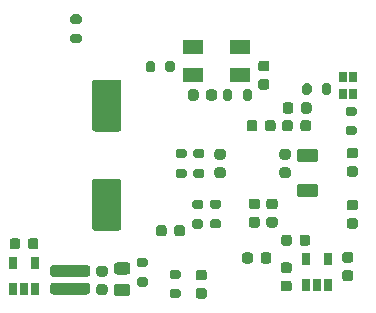
<source format=gbr>
%TF.GenerationSoftware,KiCad,Pcbnew,5.1.10-88a1d61d58~88~ubuntu20.04.1*%
%TF.CreationDate,2021-05-10T19:00:39+02:00*%
%TF.ProjectId,StepperServo,53746570-7065-4725-9365-72766f2e6b69,rev?*%
%TF.SameCoordinates,Original*%
%TF.FileFunction,Paste,Top*%
%TF.FilePolarity,Positive*%
%FSLAX46Y46*%
G04 Gerber Fmt 4.6, Leading zero omitted, Abs format (unit mm)*
G04 Created by KiCad (PCBNEW 5.1.10-88a1d61d58~88~ubuntu20.04.1) date 2021-05-10 19:00:39*
%MOMM*%
%LPD*%
G01*
G04 APERTURE LIST*
%ADD10R,0.650000X1.060000*%
%ADD11R,1.800000X1.200000*%
%ADD12R,0.650000X0.850000*%
G04 APERTURE END LIST*
%TO.C,C41*%
G36*
G01*
X141425000Y-111750000D02*
X141425000Y-111250000D01*
G75*
G02*
X141650000Y-111025000I225000J0D01*
G01*
X142100000Y-111025000D01*
G75*
G02*
X142325000Y-111250000I0J-225000D01*
G01*
X142325000Y-111750000D01*
G75*
G02*
X142100000Y-111975000I-225000J0D01*
G01*
X141650000Y-111975000D01*
G75*
G02*
X141425000Y-111750000I0J225000D01*
G01*
G37*
G36*
G01*
X139875000Y-111750000D02*
X139875000Y-111250000D01*
G75*
G02*
X140100000Y-111025000I225000J0D01*
G01*
X140550000Y-111025000D01*
G75*
G02*
X140775000Y-111250000I0J-225000D01*
G01*
X140775000Y-111750000D01*
G75*
G02*
X140550000Y-111975000I-225000J0D01*
G01*
X140100000Y-111975000D01*
G75*
G02*
X139875000Y-111750000I0J225000D01*
G01*
G37*
%TD*%
D10*
%TO.C,U7*%
X140150000Y-113100000D03*
X142050000Y-113100000D03*
X142050000Y-115300000D03*
X141100000Y-115300000D03*
X140150000Y-115300000D03*
%TD*%
%TO.C,R23*%
G36*
G01*
X150825000Y-114325000D02*
X151375000Y-114325000D01*
G75*
G02*
X151575000Y-114525000I0J-200000D01*
G01*
X151575000Y-114925000D01*
G75*
G02*
X151375000Y-115125000I-200000J0D01*
G01*
X150825000Y-115125000D01*
G75*
G02*
X150625000Y-114925000I0J200000D01*
G01*
X150625000Y-114525000D01*
G75*
G02*
X150825000Y-114325000I200000J0D01*
G01*
G37*
G36*
G01*
X150825000Y-112675000D02*
X151375000Y-112675000D01*
G75*
G02*
X151575000Y-112875000I0J-200000D01*
G01*
X151575000Y-113275000D01*
G75*
G02*
X151375000Y-113475000I-200000J0D01*
G01*
X150825000Y-113475000D01*
G75*
G02*
X150625000Y-113275000I0J200000D01*
G01*
X150625000Y-112875000D01*
G75*
G02*
X150825000Y-112675000I200000J0D01*
G01*
G37*
%TD*%
%TO.C,R1*%
G36*
G01*
X143550000Y-114800000D02*
X146450000Y-114800000D01*
G75*
G02*
X146700000Y-115050000I0J-250000D01*
G01*
X146700000Y-115550000D01*
G75*
G02*
X146450000Y-115800000I-250000J0D01*
G01*
X143550000Y-115800000D01*
G75*
G02*
X143300000Y-115550000I0J250000D01*
G01*
X143300000Y-115050000D01*
G75*
G02*
X143550000Y-114800000I250000J0D01*
G01*
G37*
G36*
G01*
X143550000Y-113300000D02*
X146450000Y-113300000D01*
G75*
G02*
X146700000Y-113550000I0J-250000D01*
G01*
X146700000Y-114050000D01*
G75*
G02*
X146450000Y-114300000I-250000J0D01*
G01*
X143550000Y-114300000D01*
G75*
G02*
X143300000Y-114050000I0J250000D01*
G01*
X143300000Y-113550000D01*
G75*
G02*
X143550000Y-113300000I250000J0D01*
G01*
G37*
%TD*%
%TO.C,C40*%
G36*
G01*
X160350000Y-109225000D02*
X160850000Y-109225000D01*
G75*
G02*
X161075000Y-109450000I0J-225000D01*
G01*
X161075000Y-109900000D01*
G75*
G02*
X160850000Y-110125000I-225000J0D01*
G01*
X160350000Y-110125000D01*
G75*
G02*
X160125000Y-109900000I0J225000D01*
G01*
X160125000Y-109450000D01*
G75*
G02*
X160350000Y-109225000I225000J0D01*
G01*
G37*
G36*
G01*
X160350000Y-107675000D02*
X160850000Y-107675000D01*
G75*
G02*
X161075000Y-107900000I0J-225000D01*
G01*
X161075000Y-108350000D01*
G75*
G02*
X160850000Y-108575000I-225000J0D01*
G01*
X160350000Y-108575000D01*
G75*
G02*
X160125000Y-108350000I0J225000D01*
G01*
X160125000Y-107900000D01*
G75*
G02*
X160350000Y-107675000I225000J0D01*
G01*
G37*
%TD*%
%TO.C,C7*%
G36*
G01*
X161850000Y-109225000D02*
X162350000Y-109225000D01*
G75*
G02*
X162575000Y-109450000I0J-225000D01*
G01*
X162575000Y-109900000D01*
G75*
G02*
X162350000Y-110125000I-225000J0D01*
G01*
X161850000Y-110125000D01*
G75*
G02*
X161625000Y-109900000I0J225000D01*
G01*
X161625000Y-109450000D01*
G75*
G02*
X161850000Y-109225000I225000J0D01*
G01*
G37*
G36*
G01*
X161850000Y-107675000D02*
X162350000Y-107675000D01*
G75*
G02*
X162575000Y-107900000I0J-225000D01*
G01*
X162575000Y-108350000D01*
G75*
G02*
X162350000Y-108575000I-225000J0D01*
G01*
X161850000Y-108575000D01*
G75*
G02*
X161625000Y-108350000I0J225000D01*
G01*
X161625000Y-107900000D01*
G75*
G02*
X161850000Y-107675000I225000J0D01*
G01*
G37*
%TD*%
%TO.C,U1*%
X164950000Y-112800000D03*
X166850000Y-112800000D03*
X166850000Y-115000000D03*
X165900000Y-115000000D03*
X164950000Y-115000000D03*
%TD*%
%TO.C,R19*%
G36*
G01*
X158750000Y-98625000D02*
X158750000Y-99175000D01*
G75*
G02*
X158550000Y-99375000I-200000J0D01*
G01*
X158150000Y-99375000D01*
G75*
G02*
X157950000Y-99175000I0J200000D01*
G01*
X157950000Y-98625000D01*
G75*
G02*
X158150000Y-98425000I200000J0D01*
G01*
X158550000Y-98425000D01*
G75*
G02*
X158750000Y-98625000I0J-200000D01*
G01*
G37*
G36*
G01*
X160400000Y-98625000D02*
X160400000Y-99175000D01*
G75*
G02*
X160200000Y-99375000I-200000J0D01*
G01*
X159800000Y-99375000D01*
G75*
G02*
X159600000Y-99175000I0J200000D01*
G01*
X159600000Y-98625000D01*
G75*
G02*
X159800000Y-98425000I200000J0D01*
G01*
X160200000Y-98425000D01*
G75*
G02*
X160400000Y-98625000I0J-200000D01*
G01*
G37*
%TD*%
%TO.C,R4*%
G36*
G01*
X157575000Y-108550000D02*
X157025000Y-108550000D01*
G75*
G02*
X156825000Y-108350000I0J200000D01*
G01*
X156825000Y-107950000D01*
G75*
G02*
X157025000Y-107750000I200000J0D01*
G01*
X157575000Y-107750000D01*
G75*
G02*
X157775000Y-107950000I0J-200000D01*
G01*
X157775000Y-108350000D01*
G75*
G02*
X157575000Y-108550000I-200000J0D01*
G01*
G37*
G36*
G01*
X157575000Y-110200000D02*
X157025000Y-110200000D01*
G75*
G02*
X156825000Y-110000000I0J200000D01*
G01*
X156825000Y-109600000D01*
G75*
G02*
X157025000Y-109400000I200000J0D01*
G01*
X157575000Y-109400000D01*
G75*
G02*
X157775000Y-109600000I0J-200000D01*
G01*
X157775000Y-110000000D01*
G75*
G02*
X157575000Y-110200000I-200000J0D01*
G01*
G37*
%TD*%
%TO.C,C39*%
G36*
G01*
X153175000Y-110150000D02*
X153175000Y-110650000D01*
G75*
G02*
X152950000Y-110875000I-225000J0D01*
G01*
X152500000Y-110875000D01*
G75*
G02*
X152275000Y-110650000I0J225000D01*
G01*
X152275000Y-110150000D01*
G75*
G02*
X152500000Y-109925000I225000J0D01*
G01*
X152950000Y-109925000D01*
G75*
G02*
X153175000Y-110150000I0J-225000D01*
G01*
G37*
G36*
G01*
X154725000Y-110150000D02*
X154725000Y-110650000D01*
G75*
G02*
X154500000Y-110875000I-225000J0D01*
G01*
X154050000Y-110875000D01*
G75*
G02*
X153825000Y-110650000I0J225000D01*
G01*
X153825000Y-110150000D01*
G75*
G02*
X154050000Y-109925000I225000J0D01*
G01*
X154500000Y-109925000D01*
G75*
G02*
X154725000Y-110150000I0J-225000D01*
G01*
G37*
%TD*%
%TO.C,C35*%
G36*
G01*
X162950000Y-105025000D02*
X163450000Y-105025000D01*
G75*
G02*
X163675000Y-105250000I0J-225000D01*
G01*
X163675000Y-105700000D01*
G75*
G02*
X163450000Y-105925000I-225000J0D01*
G01*
X162950000Y-105925000D01*
G75*
G02*
X162725000Y-105700000I0J225000D01*
G01*
X162725000Y-105250000D01*
G75*
G02*
X162950000Y-105025000I225000J0D01*
G01*
G37*
G36*
G01*
X162950000Y-103475000D02*
X163450000Y-103475000D01*
G75*
G02*
X163675000Y-103700000I0J-225000D01*
G01*
X163675000Y-104150000D01*
G75*
G02*
X163450000Y-104375000I-225000J0D01*
G01*
X162950000Y-104375000D01*
G75*
G02*
X162725000Y-104150000I0J225000D01*
G01*
X162725000Y-103700000D01*
G75*
G02*
X162950000Y-103475000I225000J0D01*
G01*
G37*
%TD*%
%TO.C,C34*%
G36*
G01*
X161650000Y-96900000D02*
X161150000Y-96900000D01*
G75*
G02*
X160925000Y-96675000I0J225000D01*
G01*
X160925000Y-96225000D01*
G75*
G02*
X161150000Y-96000000I225000J0D01*
G01*
X161650000Y-96000000D01*
G75*
G02*
X161875000Y-96225000I0J-225000D01*
G01*
X161875000Y-96675000D01*
G75*
G02*
X161650000Y-96900000I-225000J0D01*
G01*
G37*
G36*
G01*
X161650000Y-98450000D02*
X161150000Y-98450000D01*
G75*
G02*
X160925000Y-98225000I0J225000D01*
G01*
X160925000Y-97775000D01*
G75*
G02*
X161150000Y-97550000I225000J0D01*
G01*
X161650000Y-97550000D01*
G75*
G02*
X161875000Y-97775000I0J-225000D01*
G01*
X161875000Y-98225000D01*
G75*
G02*
X161650000Y-98450000I-225000J0D01*
G01*
G37*
%TD*%
%TO.C,C33*%
G36*
G01*
X156525000Y-99150000D02*
X156525000Y-98650000D01*
G75*
G02*
X156750000Y-98425000I225000J0D01*
G01*
X157200000Y-98425000D01*
G75*
G02*
X157425000Y-98650000I0J-225000D01*
G01*
X157425000Y-99150000D01*
G75*
G02*
X157200000Y-99375000I-225000J0D01*
G01*
X156750000Y-99375000D01*
G75*
G02*
X156525000Y-99150000I0J225000D01*
G01*
G37*
G36*
G01*
X154975000Y-99150000D02*
X154975000Y-98650000D01*
G75*
G02*
X155200000Y-98425000I225000J0D01*
G01*
X155650000Y-98425000D01*
G75*
G02*
X155875000Y-98650000I0J-225000D01*
G01*
X155875000Y-99150000D01*
G75*
G02*
X155650000Y-99375000I-225000J0D01*
G01*
X155200000Y-99375000D01*
G75*
G02*
X154975000Y-99150000I0J225000D01*
G01*
G37*
%TD*%
%TO.C,C30*%
G36*
G01*
X163850000Y-101250000D02*
X163850000Y-101750000D01*
G75*
G02*
X163625000Y-101975000I-225000J0D01*
G01*
X163175000Y-101975000D01*
G75*
G02*
X162950000Y-101750000I0J225000D01*
G01*
X162950000Y-101250000D01*
G75*
G02*
X163175000Y-101025000I225000J0D01*
G01*
X163625000Y-101025000D01*
G75*
G02*
X163850000Y-101250000I0J-225000D01*
G01*
G37*
G36*
G01*
X165400000Y-101250000D02*
X165400000Y-101750000D01*
G75*
G02*
X165175000Y-101975000I-225000J0D01*
G01*
X164725000Y-101975000D01*
G75*
G02*
X164500000Y-101750000I0J225000D01*
G01*
X164500000Y-101250000D01*
G75*
G02*
X164725000Y-101025000I225000J0D01*
G01*
X165175000Y-101025000D01*
G75*
G02*
X165400000Y-101250000I0J-225000D01*
G01*
G37*
%TD*%
%TO.C,C28*%
G36*
G01*
X163900000Y-99750000D02*
X163900000Y-100250000D01*
G75*
G02*
X163675000Y-100475000I-225000J0D01*
G01*
X163225000Y-100475000D01*
G75*
G02*
X163000000Y-100250000I0J225000D01*
G01*
X163000000Y-99750000D01*
G75*
G02*
X163225000Y-99525000I225000J0D01*
G01*
X163675000Y-99525000D01*
G75*
G02*
X163900000Y-99750000I0J-225000D01*
G01*
G37*
G36*
G01*
X165450000Y-99750000D02*
X165450000Y-100250000D01*
G75*
G02*
X165225000Y-100475000I-225000J0D01*
G01*
X164775000Y-100475000D01*
G75*
G02*
X164550000Y-100250000I0J225000D01*
G01*
X164550000Y-99750000D01*
G75*
G02*
X164775000Y-99525000I225000J0D01*
G01*
X165225000Y-99525000D01*
G75*
G02*
X165450000Y-99750000I0J-225000D01*
G01*
G37*
%TD*%
%TO.C,C27*%
G36*
G01*
X168650000Y-109325000D02*
X169150000Y-109325000D01*
G75*
G02*
X169375000Y-109550000I0J-225000D01*
G01*
X169375000Y-110000000D01*
G75*
G02*
X169150000Y-110225000I-225000J0D01*
G01*
X168650000Y-110225000D01*
G75*
G02*
X168425000Y-110000000I0J225000D01*
G01*
X168425000Y-109550000D01*
G75*
G02*
X168650000Y-109325000I225000J0D01*
G01*
G37*
G36*
G01*
X168650000Y-107775000D02*
X169150000Y-107775000D01*
G75*
G02*
X169375000Y-108000000I0J-225000D01*
G01*
X169375000Y-108450000D01*
G75*
G02*
X169150000Y-108675000I-225000J0D01*
G01*
X168650000Y-108675000D01*
G75*
G02*
X168425000Y-108450000I0J225000D01*
G01*
X168425000Y-108000000D01*
G75*
G02*
X168650000Y-107775000I225000J0D01*
G01*
G37*
%TD*%
%TO.C,C26*%
G36*
G01*
X169150000Y-104275000D02*
X168650000Y-104275000D01*
G75*
G02*
X168425000Y-104050000I0J225000D01*
G01*
X168425000Y-103600000D01*
G75*
G02*
X168650000Y-103375000I225000J0D01*
G01*
X169150000Y-103375000D01*
G75*
G02*
X169375000Y-103600000I0J-225000D01*
G01*
X169375000Y-104050000D01*
G75*
G02*
X169150000Y-104275000I-225000J0D01*
G01*
G37*
G36*
G01*
X169150000Y-105825000D02*
X168650000Y-105825000D01*
G75*
G02*
X168425000Y-105600000I0J225000D01*
G01*
X168425000Y-105150000D01*
G75*
G02*
X168650000Y-104925000I225000J0D01*
G01*
X169150000Y-104925000D01*
G75*
G02*
X169375000Y-105150000I0J-225000D01*
G01*
X169375000Y-105600000D01*
G75*
G02*
X169150000Y-105825000I-225000J0D01*
G01*
G37*
%TD*%
%TO.C,C25*%
G36*
G01*
X157950000Y-104375000D02*
X157450000Y-104375000D01*
G75*
G02*
X157225000Y-104150000I0J225000D01*
G01*
X157225000Y-103700000D01*
G75*
G02*
X157450000Y-103475000I225000J0D01*
G01*
X157950000Y-103475000D01*
G75*
G02*
X158175000Y-103700000I0J-225000D01*
G01*
X158175000Y-104150000D01*
G75*
G02*
X157950000Y-104375000I-225000J0D01*
G01*
G37*
G36*
G01*
X157950000Y-105925000D02*
X157450000Y-105925000D01*
G75*
G02*
X157225000Y-105700000I0J225000D01*
G01*
X157225000Y-105250000D01*
G75*
G02*
X157450000Y-105025000I225000J0D01*
G01*
X157950000Y-105025000D01*
G75*
G02*
X158175000Y-105250000I0J-225000D01*
G01*
X158175000Y-105700000D01*
G75*
G02*
X157950000Y-105925000I-225000J0D01*
G01*
G37*
%TD*%
%TO.C,C24*%
G36*
G01*
X160850000Y-101250000D02*
X160850000Y-101750000D01*
G75*
G02*
X160625000Y-101975000I-225000J0D01*
G01*
X160175000Y-101975000D01*
G75*
G02*
X159950000Y-101750000I0J225000D01*
G01*
X159950000Y-101250000D01*
G75*
G02*
X160175000Y-101025000I225000J0D01*
G01*
X160625000Y-101025000D01*
G75*
G02*
X160850000Y-101250000I0J-225000D01*
G01*
G37*
G36*
G01*
X162400000Y-101250000D02*
X162400000Y-101750000D01*
G75*
G02*
X162175000Y-101975000I-225000J0D01*
G01*
X161725000Y-101975000D01*
G75*
G02*
X161500000Y-101750000I0J225000D01*
G01*
X161500000Y-101250000D01*
G75*
G02*
X161725000Y-101025000I225000J0D01*
G01*
X162175000Y-101025000D01*
G75*
G02*
X162400000Y-101250000I0J-225000D01*
G01*
G37*
%TD*%
%TO.C,C23*%
G36*
G01*
X160475000Y-112450000D02*
X160475000Y-112950000D01*
G75*
G02*
X160250000Y-113175000I-225000J0D01*
G01*
X159800000Y-113175000D01*
G75*
G02*
X159575000Y-112950000I0J225000D01*
G01*
X159575000Y-112450000D01*
G75*
G02*
X159800000Y-112225000I225000J0D01*
G01*
X160250000Y-112225000D01*
G75*
G02*
X160475000Y-112450000I0J-225000D01*
G01*
G37*
G36*
G01*
X162025000Y-112450000D02*
X162025000Y-112950000D01*
G75*
G02*
X161800000Y-113175000I-225000J0D01*
G01*
X161350000Y-113175000D01*
G75*
G02*
X161125000Y-112950000I0J225000D01*
G01*
X161125000Y-112450000D01*
G75*
G02*
X161350000Y-112225000I225000J0D01*
G01*
X161800000Y-112225000D01*
G75*
G02*
X162025000Y-112450000I0J-225000D01*
G01*
G37*
%TD*%
%TO.C,C5*%
G36*
G01*
X165750001Y-104600000D02*
X164449999Y-104600000D01*
G75*
G02*
X164200000Y-104350001I0J249999D01*
G01*
X164200000Y-103699999D01*
G75*
G02*
X164449999Y-103450000I249999J0D01*
G01*
X165750001Y-103450000D01*
G75*
G02*
X166000000Y-103699999I0J-249999D01*
G01*
X166000000Y-104350001D01*
G75*
G02*
X165750001Y-104600000I-249999J0D01*
G01*
G37*
G36*
G01*
X165750001Y-107550000D02*
X164449999Y-107550000D01*
G75*
G02*
X164200000Y-107300001I0J249999D01*
G01*
X164200000Y-106649999D01*
G75*
G02*
X164449999Y-106400000I249999J0D01*
G01*
X165750001Y-106400000D01*
G75*
G02*
X166000000Y-106649999I0J-249999D01*
G01*
X166000000Y-107300001D01*
G75*
G02*
X165750001Y-107550000I-249999J0D01*
G01*
G37*
%TD*%
D11*
%TO.C,Y1*%
X159400000Y-97200000D03*
X155400000Y-97200000D03*
X155400000Y-94800000D03*
X159400000Y-94800000D03*
%TD*%
%TO.C,R22*%
G36*
G01*
X166300000Y-98675000D02*
X166300000Y-98125000D01*
G75*
G02*
X166500000Y-97925000I200000J0D01*
G01*
X166900000Y-97925000D01*
G75*
G02*
X167100000Y-98125000I0J-200000D01*
G01*
X167100000Y-98675000D01*
G75*
G02*
X166900000Y-98875000I-200000J0D01*
G01*
X166500000Y-98875000D01*
G75*
G02*
X166300000Y-98675000I0J200000D01*
G01*
G37*
G36*
G01*
X164650000Y-98675000D02*
X164650000Y-98125000D01*
G75*
G02*
X164850000Y-97925000I200000J0D01*
G01*
X165250000Y-97925000D01*
G75*
G02*
X165450000Y-98125000I0J-200000D01*
G01*
X165450000Y-98675000D01*
G75*
G02*
X165250000Y-98875000I-200000J0D01*
G01*
X164850000Y-98875000D01*
G75*
G02*
X164650000Y-98675000I0J200000D01*
G01*
G37*
%TD*%
%TO.C,R21*%
G36*
G01*
X169075000Y-100675000D02*
X168525000Y-100675000D01*
G75*
G02*
X168325000Y-100475000I0J200000D01*
G01*
X168325000Y-100075000D01*
G75*
G02*
X168525000Y-99875000I200000J0D01*
G01*
X169075000Y-99875000D01*
G75*
G02*
X169275000Y-100075000I0J-200000D01*
G01*
X169275000Y-100475000D01*
G75*
G02*
X169075000Y-100675000I-200000J0D01*
G01*
G37*
G36*
G01*
X169075000Y-102325000D02*
X168525000Y-102325000D01*
G75*
G02*
X168325000Y-102125000I0J200000D01*
G01*
X168325000Y-101725000D01*
G75*
G02*
X168525000Y-101525000I200000J0D01*
G01*
X169075000Y-101525000D01*
G75*
G02*
X169275000Y-101725000I0J-200000D01*
G01*
X169275000Y-102125000D01*
G75*
G02*
X169075000Y-102325000I-200000J0D01*
G01*
G37*
%TD*%
%TO.C,R15*%
G36*
G01*
X154675000Y-104275000D02*
X154125000Y-104275000D01*
G75*
G02*
X153925000Y-104075000I0J200000D01*
G01*
X153925000Y-103675000D01*
G75*
G02*
X154125000Y-103475000I200000J0D01*
G01*
X154675000Y-103475000D01*
G75*
G02*
X154875000Y-103675000I0J-200000D01*
G01*
X154875000Y-104075000D01*
G75*
G02*
X154675000Y-104275000I-200000J0D01*
G01*
G37*
G36*
G01*
X154675000Y-105925000D02*
X154125000Y-105925000D01*
G75*
G02*
X153925000Y-105725000I0J200000D01*
G01*
X153925000Y-105325000D01*
G75*
G02*
X154125000Y-105125000I200000J0D01*
G01*
X154675000Y-105125000D01*
G75*
G02*
X154875000Y-105325000I0J-200000D01*
G01*
X154875000Y-105725000D01*
G75*
G02*
X154675000Y-105925000I-200000J0D01*
G01*
G37*
%TD*%
%TO.C,R14*%
G36*
G01*
X156175000Y-104275000D02*
X155625000Y-104275000D01*
G75*
G02*
X155425000Y-104075000I0J200000D01*
G01*
X155425000Y-103675000D01*
G75*
G02*
X155625000Y-103475000I200000J0D01*
G01*
X156175000Y-103475000D01*
G75*
G02*
X156375000Y-103675000I0J-200000D01*
G01*
X156375000Y-104075000D01*
G75*
G02*
X156175000Y-104275000I-200000J0D01*
G01*
G37*
G36*
G01*
X156175000Y-105925000D02*
X155625000Y-105925000D01*
G75*
G02*
X155425000Y-105725000I0J200000D01*
G01*
X155425000Y-105325000D01*
G75*
G02*
X155625000Y-105125000I200000J0D01*
G01*
X156175000Y-105125000D01*
G75*
G02*
X156375000Y-105325000I0J-200000D01*
G01*
X156375000Y-105725000D01*
G75*
G02*
X156175000Y-105925000I-200000J0D01*
G01*
G37*
%TD*%
%TO.C,R13*%
G36*
G01*
X145225000Y-93725000D02*
X145775000Y-93725000D01*
G75*
G02*
X145975000Y-93925000I0J-200000D01*
G01*
X145975000Y-94325000D01*
G75*
G02*
X145775000Y-94525000I-200000J0D01*
G01*
X145225000Y-94525000D01*
G75*
G02*
X145025000Y-94325000I0J200000D01*
G01*
X145025000Y-93925000D01*
G75*
G02*
X145225000Y-93725000I200000J0D01*
G01*
G37*
G36*
G01*
X145225000Y-92075000D02*
X145775000Y-92075000D01*
G75*
G02*
X145975000Y-92275000I0J-200000D01*
G01*
X145975000Y-92675000D01*
G75*
G02*
X145775000Y-92875000I-200000J0D01*
G01*
X145225000Y-92875000D01*
G75*
G02*
X145025000Y-92675000I0J200000D01*
G01*
X145025000Y-92275000D01*
G75*
G02*
X145225000Y-92075000I200000J0D01*
G01*
G37*
%TD*%
%TO.C,R12*%
G36*
G01*
X153050000Y-96775000D02*
X153050000Y-96225000D01*
G75*
G02*
X153250000Y-96025000I200000J0D01*
G01*
X153650000Y-96025000D01*
G75*
G02*
X153850000Y-96225000I0J-200000D01*
G01*
X153850000Y-96775000D01*
G75*
G02*
X153650000Y-96975000I-200000J0D01*
G01*
X153250000Y-96975000D01*
G75*
G02*
X153050000Y-96775000I0J200000D01*
G01*
G37*
G36*
G01*
X151400000Y-96775000D02*
X151400000Y-96225000D01*
G75*
G02*
X151600000Y-96025000I200000J0D01*
G01*
X152000000Y-96025000D01*
G75*
G02*
X152200000Y-96225000I0J-200000D01*
G01*
X152200000Y-96775000D01*
G75*
G02*
X152000000Y-96975000I-200000J0D01*
G01*
X151600000Y-96975000D01*
G75*
G02*
X151400000Y-96775000I0J200000D01*
G01*
G37*
%TD*%
%TO.C,R6*%
G36*
G01*
X156075000Y-108575000D02*
X155525000Y-108575000D01*
G75*
G02*
X155325000Y-108375000I0J200000D01*
G01*
X155325000Y-107975000D01*
G75*
G02*
X155525000Y-107775000I200000J0D01*
G01*
X156075000Y-107775000D01*
G75*
G02*
X156275000Y-107975000I0J-200000D01*
G01*
X156275000Y-108375000D01*
G75*
G02*
X156075000Y-108575000I-200000J0D01*
G01*
G37*
G36*
G01*
X156075000Y-110225000D02*
X155525000Y-110225000D01*
G75*
G02*
X155325000Y-110025000I0J200000D01*
G01*
X155325000Y-109625000D01*
G75*
G02*
X155525000Y-109425000I200000J0D01*
G01*
X156075000Y-109425000D01*
G75*
G02*
X156275000Y-109625000I0J-200000D01*
G01*
X156275000Y-110025000D01*
G75*
G02*
X156075000Y-110225000I-200000J0D01*
G01*
G37*
%TD*%
%TO.C,R3*%
G36*
G01*
X148949999Y-114900000D02*
X149850001Y-114900000D01*
G75*
G02*
X150100000Y-115149999I0J-249999D01*
G01*
X150100000Y-115675001D01*
G75*
G02*
X149850001Y-115925000I-249999J0D01*
G01*
X148949999Y-115925000D01*
G75*
G02*
X148700000Y-115675001I0J249999D01*
G01*
X148700000Y-115149999D01*
G75*
G02*
X148949999Y-114900000I249999J0D01*
G01*
G37*
G36*
G01*
X148949999Y-113075000D02*
X149850001Y-113075000D01*
G75*
G02*
X150100000Y-113324999I0J-249999D01*
G01*
X150100000Y-113850001D01*
G75*
G02*
X149850001Y-114100000I-249999J0D01*
G01*
X148949999Y-114100000D01*
G75*
G02*
X148700000Y-113850001I0J249999D01*
G01*
X148700000Y-113324999D01*
G75*
G02*
X148949999Y-113075000I249999J0D01*
G01*
G37*
%TD*%
%TO.C,R2*%
G36*
G01*
X153625000Y-115325000D02*
X154175000Y-115325000D01*
G75*
G02*
X154375000Y-115525000I0J-200000D01*
G01*
X154375000Y-115925000D01*
G75*
G02*
X154175000Y-116125000I-200000J0D01*
G01*
X153625000Y-116125000D01*
G75*
G02*
X153425000Y-115925000I0J200000D01*
G01*
X153425000Y-115525000D01*
G75*
G02*
X153625000Y-115325000I200000J0D01*
G01*
G37*
G36*
G01*
X153625000Y-113675000D02*
X154175000Y-113675000D01*
G75*
G02*
X154375000Y-113875000I0J-200000D01*
G01*
X154375000Y-114275000D01*
G75*
G02*
X154175000Y-114475000I-200000J0D01*
G01*
X153625000Y-114475000D01*
G75*
G02*
X153425000Y-114275000I0J200000D01*
G01*
X153425000Y-113875000D01*
G75*
G02*
X153625000Y-113675000I200000J0D01*
G01*
G37*
%TD*%
D12*
%TO.C,D1*%
X168925000Y-97375000D03*
X168075000Y-97375000D03*
X168075000Y-98825000D03*
X168925000Y-98825000D03*
%TD*%
%TO.C,C9*%
G36*
G01*
X147450000Y-114925000D02*
X147950000Y-114925000D01*
G75*
G02*
X148175000Y-115150000I0J-225000D01*
G01*
X148175000Y-115600000D01*
G75*
G02*
X147950000Y-115825000I-225000J0D01*
G01*
X147450000Y-115825000D01*
G75*
G02*
X147225000Y-115600000I0J225000D01*
G01*
X147225000Y-115150000D01*
G75*
G02*
X147450000Y-114925000I225000J0D01*
G01*
G37*
G36*
G01*
X147450000Y-113375000D02*
X147950000Y-113375000D01*
G75*
G02*
X148175000Y-113600000I0J-225000D01*
G01*
X148175000Y-114050000D01*
G75*
G02*
X147950000Y-114275000I-225000J0D01*
G01*
X147450000Y-114275000D01*
G75*
G02*
X147225000Y-114050000I0J225000D01*
G01*
X147225000Y-113600000D01*
G75*
G02*
X147450000Y-113375000I225000J0D01*
G01*
G37*
%TD*%
%TO.C,C6*%
G36*
G01*
X149100000Y-102000000D02*
X147100000Y-102000000D01*
G75*
G02*
X146850000Y-101750000I0J250000D01*
G01*
X146850000Y-97850000D01*
G75*
G02*
X147100000Y-97600000I250000J0D01*
G01*
X149100000Y-97600000D01*
G75*
G02*
X149350000Y-97850000I0J-250000D01*
G01*
X149350000Y-101750000D01*
G75*
G02*
X149100000Y-102000000I-250000J0D01*
G01*
G37*
G36*
G01*
X149100000Y-110400000D02*
X147100000Y-110400000D01*
G75*
G02*
X146850000Y-110150000I0J250000D01*
G01*
X146850000Y-106250000D01*
G75*
G02*
X147100000Y-106000000I250000J0D01*
G01*
X149100000Y-106000000D01*
G75*
G02*
X149350000Y-106250000I0J-250000D01*
G01*
X149350000Y-110150000D01*
G75*
G02*
X149100000Y-110400000I-250000J0D01*
G01*
G37*
%TD*%
%TO.C,C4*%
G36*
G01*
X163775000Y-110950000D02*
X163775000Y-111450000D01*
G75*
G02*
X163550000Y-111675000I-225000J0D01*
G01*
X163100000Y-111675000D01*
G75*
G02*
X162875000Y-111450000I0J225000D01*
G01*
X162875000Y-110950000D01*
G75*
G02*
X163100000Y-110725000I225000J0D01*
G01*
X163550000Y-110725000D01*
G75*
G02*
X163775000Y-110950000I0J-225000D01*
G01*
G37*
G36*
G01*
X165325000Y-110950000D02*
X165325000Y-111450000D01*
G75*
G02*
X165100000Y-111675000I-225000J0D01*
G01*
X164650000Y-111675000D01*
G75*
G02*
X164425000Y-111450000I0J225000D01*
G01*
X164425000Y-110950000D01*
G75*
G02*
X164650000Y-110725000I225000J0D01*
G01*
X165100000Y-110725000D01*
G75*
G02*
X165325000Y-110950000I0J-225000D01*
G01*
G37*
%TD*%
%TO.C,C3*%
G36*
G01*
X168250000Y-113750000D02*
X168750000Y-113750000D01*
G75*
G02*
X168975000Y-113975000I0J-225000D01*
G01*
X168975000Y-114425000D01*
G75*
G02*
X168750000Y-114650000I-225000J0D01*
G01*
X168250000Y-114650000D01*
G75*
G02*
X168025000Y-114425000I0J225000D01*
G01*
X168025000Y-113975000D01*
G75*
G02*
X168250000Y-113750000I225000J0D01*
G01*
G37*
G36*
G01*
X168250000Y-112200000D02*
X168750000Y-112200000D01*
G75*
G02*
X168975000Y-112425000I0J-225000D01*
G01*
X168975000Y-112875000D01*
G75*
G02*
X168750000Y-113100000I-225000J0D01*
G01*
X168250000Y-113100000D01*
G75*
G02*
X168025000Y-112875000I0J225000D01*
G01*
X168025000Y-112425000D01*
G75*
G02*
X168250000Y-112200000I225000J0D01*
G01*
G37*
%TD*%
%TO.C,C2*%
G36*
G01*
X163550000Y-113975000D02*
X163050000Y-113975000D01*
G75*
G02*
X162825000Y-113750000I0J225000D01*
G01*
X162825000Y-113300000D01*
G75*
G02*
X163050000Y-113075000I225000J0D01*
G01*
X163550000Y-113075000D01*
G75*
G02*
X163775000Y-113300000I0J-225000D01*
G01*
X163775000Y-113750000D01*
G75*
G02*
X163550000Y-113975000I-225000J0D01*
G01*
G37*
G36*
G01*
X163550000Y-115525000D02*
X163050000Y-115525000D01*
G75*
G02*
X162825000Y-115300000I0J225000D01*
G01*
X162825000Y-114850000D01*
G75*
G02*
X163050000Y-114625000I225000J0D01*
G01*
X163550000Y-114625000D01*
G75*
G02*
X163775000Y-114850000I0J-225000D01*
G01*
X163775000Y-115300000D01*
G75*
G02*
X163550000Y-115525000I-225000J0D01*
G01*
G37*
%TD*%
%TO.C,C1*%
G36*
G01*
X156350000Y-114600000D02*
X155850000Y-114600000D01*
G75*
G02*
X155625000Y-114375000I0J225000D01*
G01*
X155625000Y-113925000D01*
G75*
G02*
X155850000Y-113700000I225000J0D01*
G01*
X156350000Y-113700000D01*
G75*
G02*
X156575000Y-113925000I0J-225000D01*
G01*
X156575000Y-114375000D01*
G75*
G02*
X156350000Y-114600000I-225000J0D01*
G01*
G37*
G36*
G01*
X156350000Y-116150000D02*
X155850000Y-116150000D01*
G75*
G02*
X155625000Y-115925000I0J225000D01*
G01*
X155625000Y-115475000D01*
G75*
G02*
X155850000Y-115250000I225000J0D01*
G01*
X156350000Y-115250000D01*
G75*
G02*
X156575000Y-115475000I0J-225000D01*
G01*
X156575000Y-115925000D01*
G75*
G02*
X156350000Y-116150000I-225000J0D01*
G01*
G37*
%TD*%
M02*

</source>
